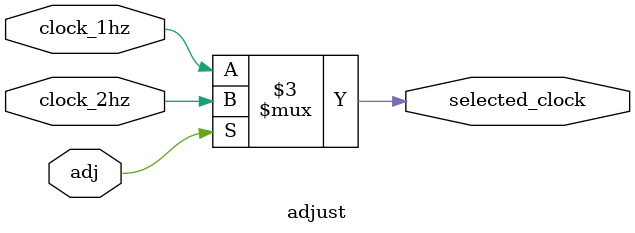
<source format=v>
`timescale 1ns / 1ps


module adjust(input adj, input clock_1hz, input clock_2hz, output selected_clock);
wire adj;
wire clock_1hz;
wire clock_2hz;
reg selected_clock;

always@(*)begin
    if (adj)begin
        selected_clock <= clock_2hz;
    end
    else begin
        selected_clock <= clock_1hz;
    end


end



endmodule
</source>
